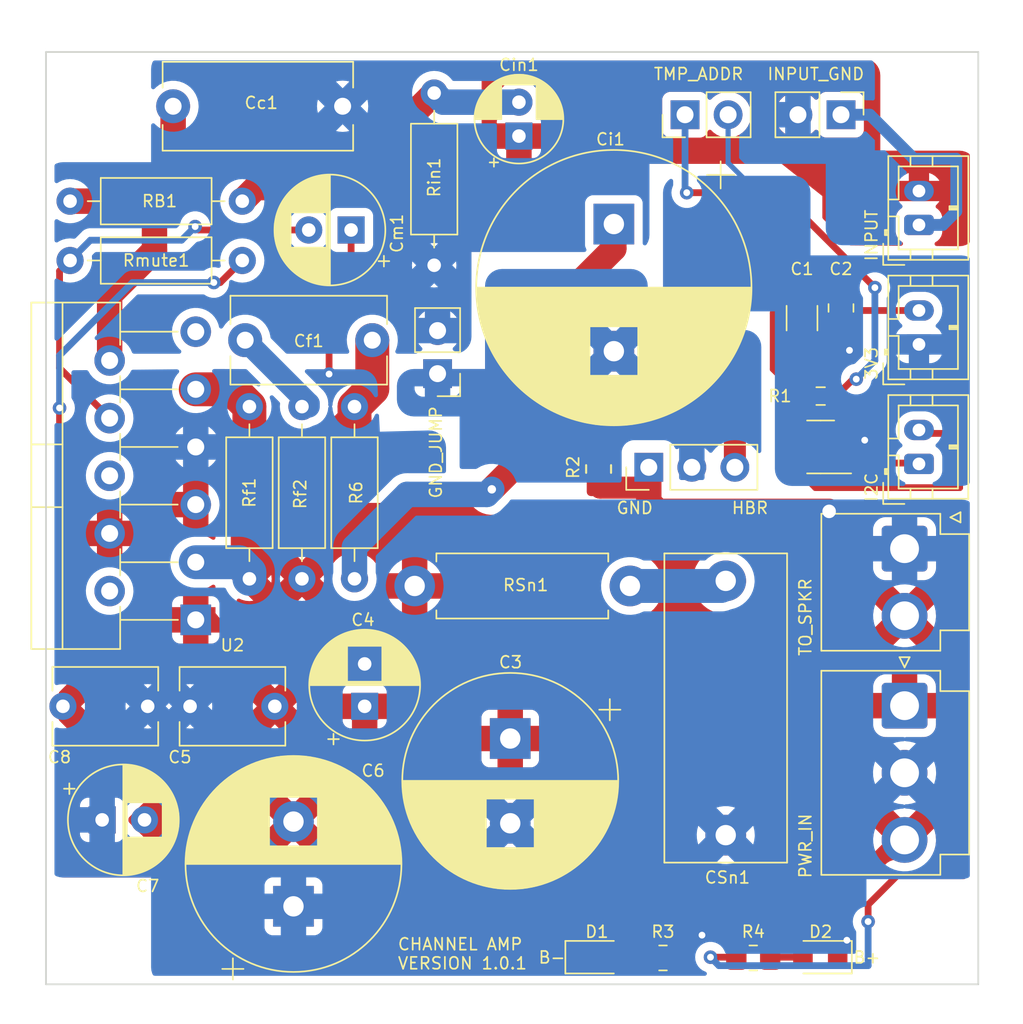
<source format=kicad_pcb>
(kicad_pcb (version 20211014) (generator pcbnew)
  (layers (0 "F.Cu" signal) (31 "B.Cu" signal) (34 "B.Paste" user) (35 "F.Paste" user) (36 "B.SilkS" user "B.Silkscreen") (37 "F.SilkS" user "F.Silkscreen") (38 "B.Mask" user) (39 "F.Mask" user) (44 "Edge.Cuts" user))
  (net 0 "")
  (net 1 "Net-(Cc1-Pad1)")
  (net 2 "Net-(Cf1-Pad1)")
  (net 3 "CH1-IN")
  (net 4 "Net-(Ci1-Pad1)")
  (net 5 "VP")
  (net 6 "VM")
  (net 7 "CH1-OUT")
  (net 8 "INPUTGND")
  (net 9 "PGND")
  (net 10 "Net-(Cm1-Pad2)")
  (net 11 "Net-(CSn1-Pad2)")
  (net 12 "Net-(D1-Pad2)")
  (net 13 "Net-(D2-Pad2)")
  (net 14 "Net-(Cin1-Pad2)")
  (net 15 "DGND")
  (net 16 "3V3")
  (net 17 "ADD1")
  (net 18 "SIGGND")
  (net 19 "SCL")
  (net 20 "SDA")
  (net 24 "Net-(J5-Pad3)")
  (net 25 "CH1GND")
  (net 26 "OPAMP_NEG")
  (footprint "Resistor_THT:R_Axial_DIN0207_L6.3mm_D2.5mm_P10.16mm_Horizontal" (layer "F.Cu") (at 94.5 98.37 -90)
    (fp_text reference "R6" (at 5.08 -0.1 90 unlocked) (layer "F.SilkS") (effects (font (size 0.7 0.7) (thickness 0.1))))
    (fp_text value "1.0K")
    (pad "1" thru_hole circle (at 0 0 270) (size 1.6 1.6) (drill 0.8) (layers *.Cu *.Mask) (net 26 "OPAMP_NEG"))
    (pad "2" thru_hole oval (at 10.16 0 270) (size 1.6 1.6) (drill 0.8) (layers *.Cu *.Mask) (net 4 "Net-(Ci1-Pad1)"))
  )
  (footprint "Capacitor_THT:CP_Radial_D6.3mm_P2.50mm" (layer "F.Cu") (at 79.612621 122.75)
    (fp_text reference "C7" (at 2.687379 3.9 unlocked) (layer "F.SilkS") (effects (font (size 0.7 0.7) (thickness 0.1))))
    (fp_text value "47U 50V")
    (pad "1" thru_hole rect (at 0 0) (size 1.6 1.6) (drill 0.8) (layers *.Cu *.Mask) (net 9 "PGND"))
    (pad "2" thru_hole circle (at 2.5 0) (size 1.6 1.6) (drill 0.8) (layers *.Cu *.Mask) (net 6 "VM"))
  )
  (footprint "Resistor_SMD:R_0805_2012Metric_Pad1.20x1.40mm_HandSolder" (layer "F.Cu") (at 108.9 102.05 -90)
    (fp_text reference "R2" (at -0.1 1.5 90 unlocked) (layer "F.SilkS") (effects (font (size 0.7 0.7) (thickness 0.1))))
    (fp_text value "100R")
    (pad "1" smd roundrect (at -1 0 270) (size 1.2 1.4) (layers "F.Cu" "F.Paste" "F.Mask") (roundrect_rratio 0.2083333333) (net 24 "Net-(J5-Pad3)"))
    (pad "2" smd roundrect (at 1 0 270) (size 1.2 1.4) (layers "F.Cu" "F.Paste" "F.Mask") (roundrect_rratio 0.2083333333) (net 9 "PGND"))
  )
  (footprint "Capacitor_THT:C_Disc_D11.0mm_W5.0mm_P10.00mm" (layer "F.Cu") (at 83.8 80.65)
    (fp_text reference "Cc1" (at 5.2 -0.2 unlocked) (layer "F.SilkS") (effects (font (size 0.7 0.7) (thickness 0.1))))
    (fp_text value "680P")
    (pad "1" thru_hole circle (at 0 0) (size 2 2) (drill 1) (layers *.Cu *.Mask) (net 1 "Net-(Cc1-Pad1)"))
    (pad "2" thru_hole circle (at 10 0) (size 2 2) (drill 1) (layers *.Cu *.Mask) (net 8 "INPUTGND"))
  )
  (footprint "Resistor_SMD:R_0805_2012Metric_Pad1.20x1.40mm_HandSolder" (layer "F.Cu") (at 118.025 130.895 180)
    (fp_text reference "R4" (at 0 1.545 unlocked) (layer "F.SilkS") (effects (font (size 0.7 0.7) (thickness 0.1))))
    (fp_text value "9.1K")
    (pad "1" smd roundrect (at -1 0 180) (size 1.2 1.4) (layers "F.Cu" "F.Paste" "F.Mask") (roundrect_rratio 0.2083333333) (net 13 "Net-(D2-Pad2)"))
    (pad "2" smd roundrect (at 1 0 180) (size 1.2 1.4) (layers "F.Cu" "F.Paste" "F.Mask") (roundrect_rratio 0.2083333333) (net 5 "VP"))
  )
  (footprint "Capacitor_THT:CP_Radial_D6.3mm_P2.50mm" (layer "F.Cu") (at 95.1 116.05 90)
    (fp_text reference "C4" (at 5.1 -0.1 unlocked) (layer "F.SilkS") (effects (font (size 0.7 0.7) (thickness 0.1))))
    (fp_text value "47U 50V")
    (pad "1" thru_hole rect (at 0 0 90) (size 1.6 1.6) (drill 0.8) (layers *.Cu *.Mask) (net 5 "VP"))
    (pad "2" thru_hole circle (at 2.5 0 90) (size 1.6 1.6) (drill 0.8) (layers *.Cu *.Mask) (net 9 "PGND"))
  )
  (footprint "Capacitor_THT:CP_Radial_D16.0mm_P7.50mm" (layer "F.Cu") (at 109.8 87.6 -90)
    (fp_text reference "Ci1" (at -5 0.2 unlocked) (layer "F.SilkS") (effects (font (size 0.7 0.7) (thickness 0.1))))
    (fp_text value "1000U 35V")
    (pad "1" thru_hole rect (at 0 0 270) (size 2.4 2.4) (drill 1.2) (layers *.Cu *.Mask) (net 4 "Net-(Ci1-Pad1)"))
    (pad "2" thru_hole circle (at 7.5 0 270) (size 2.4 2.4) (drill 1.2) (layers *.Cu *.Mask) (net 18 "SIGGND"))
  )
  (footprint "MountingHole:MountingHole_3mm" (layer "F.Cu") (at 128.8 129.95)
    (fp_text reference "H2" hide)
    (fp_text value "MountingHole")
    (pad "" np_thru_hole circle (at 0 0) (size 3 3) (drill 3) (layers *.Cu *.Mask))
  )
  (footprint "Capacitor_THT:C_Disc_D6.0mm_W4.4mm_P5.00mm" (layer "F.Cu") (at 89.8 116.05 180)
    (fp_text reference "C5" (at 5.6 -3 unlocked) (layer "F.SilkS") (effects (font (size 0.7 0.7) (thickness 0.1))))
    (fp_text value "4.7U X7R 50V")
    (pad "1" thru_hole circle (at 0 0 180) (size 1.6 1.6) (drill 0.8) (layers *.Cu *.Mask) (net 5 "VP"))
    (pad "2" thru_hole circle (at 5 0 180) (size 1.6 1.6) (drill 0.8) (layers *.Cu *.Mask) (net 9 "PGND"))
  )
  (footprint "Package_TO_SOT_SMD:SOT-23-6" (layer "F.Cu") (at 122 100.75 180)
    (fp_text reference "U1" hide)
    (fp_text value "TMP100")
    (pad "1" smd roundrect (at -1.1375 -0.95 180) (size 1.325 0.6) (layers "F.Cu" "F.Paste" "F.Mask") (net 19 "SCL"))
    (pad "2" smd roundrect (at -1.1375 0 180) (size 1.325 0.6) (layers "F.Cu" "F.Paste" "F.Mask") (net 15 "DGND"))
    (pad "3" smd roundrect (at -1.1375 0.95 180) (size 1.325 0.6) (layers "F.Cu" "F.Paste" "F.Mask") (net 17 "ADD1"))
    (pad "4" smd roundrect (at 1.1375 0.95 180) (size 1.325 0.6) (layers "F.Cu" "F.Paste" "F.Mask") (net 16 "3V3"))
    (pad "5" smd roundrect (at 1.1375 0 180) (size 1.325 0.6) (layers "F.Cu" "F.Paste" "F.Mask") (net 16 "3V3"))
    (pad "6" smd roundrect (at 1.1375 -0.95 180) (size 1.325 0.6) (layers "F.Cu" "F.Paste" "F.Mask") (net 20 "SDA"))
  )
  (footprint "Connector_JST:JST_PH_B2B-PH-K_1x02_P2.00mm_Vertical" (layer "F.Cu") (at 127.8 87.65 90)
    (fp_text reference "J9" hide)
    (fp_text value "Conn_01x02_Male")
    (pad "1" thru_hole roundrect (at 0 0 90) (size 1.2 1.75) (drill 0.75) (layers *.Cu *.Mask) (roundrect_rratio 0.2083333333) (net 25 "CH1GND"))
    (pad "2" thru_hole oval (at 2 0 90) (size 1.2 1.75) (drill 0.75) (layers *.Cu *.Mask) (net 3 "CH1-IN"))
  )
  (footprint "Resistor_THT:R_Axial_DIN0207_L6.3mm_D2.5mm_P10.16mm_Horizontal" (layer "F.Cu") (at 87.88 86.25 180)
    (fp_text reference "RB1" (at 4.88 0 unlocked) (layer "F.SilkS") (effects (font (size 0.7 0.7) (thickness 0.1))))
    (fp_text value "1.2K")
    (pad "1" thru_hole circle (at 0 0 180) (size 1.6 1.6) (drill 0.8) (layers *.Cu *.Mask) (net 14 "Net-(Cin1-Pad2)"))
    (pad "2" thru_hole oval (at 10.16 0 180) (size 1.6 1.6) (drill 0.8) (layers *.Cu *.Mask) (net 1 "Net-(Cc1-Pad1)"))
  )
  (footprint "Connector_JST:JST_VH_B3P-VH-B_1x03_P3.96mm_Vertical" (layer "F.Cu") (at 126.95 116.0125 -90)
    (fp_text reference "J8" hide)
    (fp_text value "Conn_01x03_Male")
    (pad "1" thru_hole roundrect (at 0 0 270) (size 2.7 2.7) (drill 1.7) (layers *.Cu *.Mask) (roundrect_rratio 0.09259296296) (net 5 "VP"))
    (pad "2" thru_hole circle (at 3.96 0 270) (size 2.7 2.7) (drill 1.7) (layers *.Cu *.Mask) (net 9 "PGND"))
    (pad "3" thru_hole circle (at 7.92 0 270) (size 2.7 2.7) (drill 1.7) (layers *.Cu *.Mask) (net 6 "VM"))
  )
  (footprint "Connector_JST:JST_PH_B2B-PH-K_1x02_P2.00mm_Vertical" (layer "F.Cu") (at 127.8 101.75 90)
    (fp_text reference "J4" hide)
    (fp_text value "Conn_01x02_Male")
    (pad "1" thru_hole roundrect (at 0 0 90) (size 1.2 1.75) (drill 0.75) (layers *.Cu *.Mask) (roundrect_rratio 0.2083333333) (net 19 "SCL"))
    (pad "2" thru_hole oval (at 2 0 90) (size 1.2 1.75) (drill 0.75) (layers *.Cu *.Mask) (net 20 "SDA"))
  )
  (footprint "Resistor_THT:R_Axial_DIN0411_L9.9mm_D3.6mm_P12.70mm_Horizontal" (layer "F.Cu") (at 110.75 108.95 180)
    (fp_text reference "RSn1" (at 6.15 0.05 unlocked) (layer "F.SilkS") (effects (font (size 0.7 0.7) (thickness 0.1))))
    (fp_text value "4R7")
    (pad "1" thru_hole circle (at 0 0 180) (size 2.4 2.4) (drill 1.2) (layers *.Cu *.Mask) (net 11 "Net-(CSn1-Pad2)"))
    (pad "2" thru_hole oval (at 12.7 0 180) (size 2.4 2.4) (drill 1.2) (layers *.Cu *.Mask) (net 7 "CH1-OUT"))
  )
  (footprint "Connector_PinHeader_2.54mm:PinHeader_1x02_P2.54mm_Vertical" (layer "F.Cu") (at 123.2 81.15 -90)
    (fp_text reference "J3" hide)
    (fp_text value "Conn_01x02_Male")
    (pad "1" thru_hole rect (at 0 0 270) (size 1.7 1.7) (drill 1) (layers *.Cu *.Mask) (net 25 "CH1GND"))
    (pad "2" thru_hole oval (at 0 2.54 270) (size 1.7 1.7) (drill 1) (layers *.Cu *.Mask) (net 8 "INPUTGND"))
  )
  (footprint "Capacitor_THT:C_Disc_D6.0mm_W4.4mm_P5.00mm" (layer "F.Cu") (at 82.3 116.05 180)
    (fp_text reference "C8" (at 5.2 -3 unlocked) (layer "F.SilkS") (effects (font (size 0.7 0.7) (thickness 0.1))))
    (fp_text value "4.7U X74 50V")
    (pad "1" thru_hole circle (at 0 0 180) (size 1.6 1.6) (drill 0.8) (layers *.Cu *.Mask) (net 9 "PGND"))
    (pad "2" thru_hole circle (at 5 0 180) (size 1.6 1.6) (drill 0.8) (layers *.Cu *.Mask) (net 6 "VM"))
  )
  (footprint "Resistor_SMD:R_1206_3216Metric_Pad1.30x1.75mm_HandSolder" (layer "F.Cu") (at 120.9 93.15 90)
    (fp_text reference "C1" (at 2.9 0 unlocked) (layer "F.SilkS") (effects (font (size 0.7 0.7) (thickness 0.1))))
    (fp_text value "10U")
    (pad "1" smd roundrect (at -1.55 0 90) (size 1.3 1.75) (layers "F.Cu" "F.Paste" "F.Mask") (roundrect_rratio 0.1923076923) (net 15 "DGND"))
    (pad "2" smd roundrect (at 1.55 0 90) (size 1.3 1.75) (layers "F.Cu" "F.Paste" "F.Mask") (roundrect_rratio 0.1923076923) (net 16 "3V3"))
  )
  (footprint "MountingHole:MountingHole_3mm" (layer "F.Cu") (at 78.8 79.95)
    (fp_text reference "H3" hide)
    (fp_text value "MountingHole")
    (pad "" np_thru_hole circle (at 0 0) (size 3 3) (drill 3) (layers *.Cu *.Mask))
  )
  (footprint "Package_TO_SOT_THT:TO-220-11_P3.4x5.08mm_StaggerOdd_Lead4.85mm_Vertical" (layer "F.Cu") (at 85.135 110.95 90)
    (fp_text reference "U2" (at -1.5 2.165 unlocked) (layer "F.SilkS") (effects (font (size 0.7 0.7) (thickness 0.1))))
    (fp_text value "LM3886")
    (pad "1" thru_hole rect (at 0 0 90) (size 1.8 1.8) (drill 1) (layers *.Cu *.Mask) (net 5 "VP"))
    (pad "2" thru_hole oval (at 1.7 -5.08 90) (size 1.8 1.8) (drill 1) (layers *.Cu *.Mask))
    (pad "3" thru_hole oval (at 3.4 0 90) (size 1.8 1.8) (drill 1) (layers *.Cu *.Mask) (net 7 "CH1-OUT"))
    (pad "4" thru_hole oval (at 5.1 -5.08 90) (size 1.8 1.8) (drill 1) (layers *.Cu *.Mask) (net 6 "VM"))
    (pad "5" thru_hole oval (at 6.8 0 90) (size 1.8 1.8) (drill 1) (layers *.Cu *.Mask) (net 5 "VP"))
    (pad "6" thru_hole oval (at 8.5 -5.08 90) (size 1.8 1.8) (drill 1) (layers *.Cu *.Mask))
    (pad "7" thru_hole oval (at 10.2 0 90) (size 1.8 1.8) (drill 1) (layers *.Cu *.Mask) (net 9 "PGND"))
    (pad "8" thru_hole oval (at 11.9 -5.08 90) (size 1.8 1.8) (drill 1) (layers *.Cu *.Mask) (net 10 "Net-(Cm1-Pad2)"))
    (pad "9" thru_hole oval (at 13.6 0 90) (size 1.8 1.8) (drill 1) (layers *.Cu *.Mask) (net 26 "OPAMP_NEG"))
    (pad "10" thru_hole oval (at 15.3 -5.08 90) (size 1.8 1.8) (drill 1) (layers *.Cu *.Mask) (net 1 "Net-(Cc1-Pad1)"))
    (pad "11" thru_hole oval (at 17 0 90) (size 1.8 1.8) (drill 1) (layers *.Cu *.Mask))
  )
  (footprint "Capacitor_THT:CP_Radial_D5.0mm_P2.00mm" (layer "F.Cu") (at 104.2 82.410113 90)
    (fp_text reference "Cin1" (at 4.2 0 unlocked) (layer "F.SilkS") (effects (font (size 0.7 0.7) (thickness 0.1))))
    (fp_text value "10UF")
    (pad "1" thru_hole rect (at 0 0 90) (size 1.6 1.6) (drill 0.8) (layers *.Cu *.Mask) (net 3 "CH1-IN"))
    (pad "2" thru_hole circle (at 2 0 90) (size 1.6 1.6) (drill 0.8) (layers *.Cu *.Mask) (net 14 "Net-(Cin1-Pad2)"))
  )
  (footprint "Connector_PinHeader_2.54mm:PinHeader_1x03_P2.54mm_Vertical" (layer "F.Cu") (at 111.86 101.95 90)
    (fp_text reference "J5" hide)
    (fp_text value "Conn_01x03_Male")
    (pad "1" thru_hole rect (at 0 0 90) (size 1.7 1.7) (drill 1) (layers *.Cu *.Mask) (net 9 "PGND"))
    (pad "2" thru_hole oval (at 0 2.54 90) (size 1.7 1.7) (drill 1) (layers *.Cu *.Mask) (net 18 "SIGGND"))
    (pad "3" thru_hole oval (at 0 5.08 90) (size 1.7 1.7) (drill 1) (layers *.Cu *.Mask) (net 24 "Net-(J5-Pad3)"))
  )
  (footprint "Capacitor_THT:C_Rect_L18.0mm_W7.0mm_P15.00mm_FKS3_FKP3" (layer "F.Cu") (at 116.4 123.65 90)
    (fp_text reference "CSn1" (at -2.5 0.1 unlocked) (layer "F.SilkS") (effects (font (size 0.7 0.7) (thickness 0.1))))
    (fp_text value " 220N PP 100V")
    (pad "1" thru_hole circle (at 0 0 90) (size 2.4 2.4) (drill 1.2) (layers *.Cu *.Mask) (net 9 "PGND"))
    (pad "2" thru_hole circle (at 15 0 90) (size 2.4 2.4) (drill 1.2) (layers *.Cu *.Mask) (net 11 "Net-(CSn1-Pad2)"))
  )
  (footprint "Resistor_SMD:R_0805_2012Metric_Pad1.20x1.40mm_HandSolder" (layer "F.Cu") (at 112.7 130.895)
    (fp_text reference "R3" (at 0 -1.545 unlocked) (layer "F.SilkS") (effects (font (size 0.7 0.7) (thickness 0.1))))
    (fp_text value "9.1K")
    (pad "1" smd roundrect (at -1 0) (size 1.2 1.4) (layers "F.Cu" "F.Paste" "F.Mask") (roundrect_rratio 0.2083333333) (net 12 "Net-(D1-Pad2)"))
    (pad "2" smd roundrect (at 1 0) (size 1.2 1.4) (layers "F.Cu" "F.Paste" "F.Mask") (roundrect_rratio 0.2083333333) (net 9 "PGND"))
  )
  (footprint "Resistor_SMD:R_0603_1608Metric_Pad0.98x0.95mm_HandSolder" (layer "F.Cu") (at 122 97.75)
    (fp_text reference "R1" (at -2.4 0 unlocked) (layer "F.SilkS") (effects (font (size 0.7 0.7) (thickness 0.1))))
    (fp_text value "4.7K")
    (pad "1" smd roundrect (at -0.9125 0) (size 0.975 0.95) (layers "F.Cu" "F.Paste" "F.Mask") (net 16 "3V3"))
    (pad "2" smd roundrect (at 0.9125 0) (size 0.975 0.95) (layers "F.Cu" "F.Paste" "F.Mask") (net 17 "ADD1"))
  )
  (footprint "Connector_JST:JST_PH_B2B-PH-K_1x02_P2.00mm_Vertical" (layer "F.Cu") (at 127.8 94.7 90)
    (fp_text reference "J1" hide)
    (fp_text value "Conn_01x02_Male")
    (pad "1" thru_hole roundrect (at 0 0 90) (size 1.2 1.75) (drill 0.75) (layers *.Cu *.Mask) (roundrect_rratio 0.2083333333) (net 15 "DGND"))
    (pad "2" thru_hole oval (at 2 0 90) (size 1.2 1.75) (drill 0.75) (layers *.Cu *.Mask) (net 16 "3V3"))
  )
  (footprint "MountingHole:MountingHole_3mm" (layer "F.Cu") (at 128.8 79.95)
    (fp_text reference "H1" hide)
    (fp_text value "MountingHole")
    (pad "" np_thru_hole circle (at 0 0) (size 3 3) (drill 3) (layers *.Cu *.Mask))
  )
  (footprint "Resistor_THT:R_Axial_DIN0207_L6.3mm_D2.5mm_P10.16mm_Horizontal" (layer "F.Cu") (at 77.72 89.75)
    (fp_text reference "Rmute1" (at 5.08 0 unlocked) (layer "F.SilkS") (effects (font (size 0.7 0.7) (thickness 0.1))))
    (fp_text value "38.6K")
    (pad "1" thru_hole circle (at 0 0) (size 1.6 1.6) (drill 0.8) (layers *.Cu *.Mask) (net 10 "Net-(Cm1-Pad2)"))
    (pad "2" thru_hole oval (at 10.16 0) (size 1.6 1.6) (drill 0.8) (layers *.Cu *.Mask) (net 6 "VM"))
  )
  (footprint "Connector_JST:JST_VH_B2P-VH_1x02_P3.96mm_Vertical" (layer "F.Cu") (at 126.95 106.75 -90)
    (fp_text reference "J6" hide)
    (fp_text value "Conn_01x02_Male")
    (pad "1" thru_hole roundrect (at 0 0 270) (size 2.7 2.7) (drill 1.7) (layers *.Cu *.Mask) (roundrect_rratio 0.09259296296) (net 9 "PGND"))
    (pad "2" thru_hole circle (at 3.96 0 270) (size 2.7 2.7) (drill 1.7) (layers *.Cu *.Mask) (net 7 "CH1-OUT"))
  )
  (footprint "LED_SMD:LED_0805_2012Metric_Pad1.15x1.40mm_HandSolder" (layer "F.Cu") (at 121.98 130.85 180)
    (fp_text reference "D2" (at -0.02 1.5 unlocked) (layer "F.SilkS") (effects (font (size 0.7 0.7) (thickness 0.1))))
    (fp_text value "BLUE")
    (pad "1" smd roundrect (at -1.025 0 180) (size 1.15 1.4) (layers "F.Cu" "F.Paste" "F.Mask") (roundrect_rratio 0.2173913043) (net 9 "PGND"))
    (pad "2" smd roundrect (at 1.025 0 180) (size 1.15 1.4) (layers "F.Cu" "F.Paste" "F.Mask") (roundrect_rratio 0.2173913043) (net 13 "Net-(D2-Pad2)"))
  )
  (footprint "Connector_PinHeader_2.54mm:PinHeader_1x02_P2.54mm_Vertical" (layer "F.Cu") (at 114 81.15 90)
    (fp_text reference "J2" hide)
    (fp_text value "Conn_01x02_Male")
    (pad "1" thru_hole rect (at 0 0 90) (size 1.7 1.7) (drill 1) (layers *.Cu *.Mask) (net 17 "ADD1"))
    (pad "2" thru_hole oval (at 0 2.54 90) (size 1.7 1.7) (drill 1) (layers *.Cu *.Mask) (net 15 "DGND"))
  )
  (footprint "Resistor_THT:R_Axial_DIN0207_L6.3mm_D2.5mm_P10.16mm_Horizontal" (layer "F.Cu") (at 99.2 90.03 90)
    (fp_text reference "Rin1" (at 5.18 0 90 unlocked) (layer "F.SilkS") (effects (font (size 0.7 0.7) (thickness 0.1))))
    (fp_text value "20K")
    (pad "1" thru_hole circle (at 0 0 90) (size 1.6 1.6) (drill 0.8) (layers *.Cu *.Mask) (net 8 "INPUTGND"))
    (pad "2" thru_hole oval (at 10.16 0 90) (size 1.6 1.6) (drill 0.8) (layers *.Cu *.Mask) (net 14 "Net-(Cin1-Pad2)"))
  )
  (footprint "Capacitor_THT:CP_Radial_D6.3mm_P2.50mm" (layer "F.Cu") (at 94.3 87.95 180)
    (fp_text reference "Cm1" (at -2.7 -0.2 90 unlocked) (layer "F.SilkS") (effects (font (size 0.7 0.7) (thickness 0.1))))
    (fp_text value "47U 50V")
    (pad "1" thru_hole rect (at 0 0 180) (size 1.6 1.6) (drill 0.8) (layers *.Cu *.Mask) (net 9 "PGND"))
    (pad "2" thru_hole circle (at 2.5 0 180) (size 1.6 1.6) (drill 0.8) (layers *.Cu *.Mask) (net 10 "Net-(Cm1-Pad2)"))
  )
  (footprint "Resistor_SMD:R_0805_2012Metric_Pad1.20x1.40mm_HandSolder" (layer "F.Cu") (at 123.2 92.55 90)
    (fp_text reference "C2" (at 2.3 0 unlocked) (layer "F.SilkS") (effects (font (size 0.7 0.7) (thickness 0.1))))
    (fp_text value "10N")
    (pad "1" smd roundrect (at -1 0 90) (size 1.2 1.4) (layers "F.Cu" "F.Paste" "F.Mask") (roundrect_rratio 0.2083333333) (net 15 "DGND"))
    (pad "2" smd roundrect (at 1 0 90) (size 1.2 1.4) (layers "F.Cu" "F.Paste" "F.Mask") (roundrect_rratio 0.2083333333) (net 16 "3V3"))
  )
  (footprint "Capacitor_THT:C_Disc_D9.0mm_W5.0mm_P7.50mm" (layer "F.Cu") (at 88.05 94.45)
    (fp_text reference "Cf1" (at 3.75 0.05 unlocked) (layer "F.SilkS") (effects (font (size 0.7 0.7) (thickness 0.1))))
    (fp_text value "47P")
    (pad "1" thru_hole circle (at 0 0) (size 2 2) (drill 1) (layers *.Cu *.Mask) (net 2 "Net-(Cf1-Pad1)"))
    (pad "2" thru_hole circle (at 7.5 0) (size 2 2) (drill 1) (layers *.Cu *.Mask) (net 26 "OPAMP_NEG"))
  )
  (footprint "Capacitor_THT:CP_Radial_D12.5mm_P5.00mm" (layer "F.Cu") (at 103.6875 117.95 -90)
    (fp_text reference "C3" (at -4.5 -0.0175 unlocked) (layer "F.SilkS") (effects (font (size 0.7 0.7) (thickness 0.1))))
    (fp_text value "1000U 50V")
    (pad "1" thru_hole rect (at 0 0 270) (size 2.4 2.4) (drill 1.2) (layers *.Cu *.Mask) (net 5 "VP"))
    (pad "2" thru_hole circle (at 5 0 270) (size 2.4 2.4) (drill 1.2) (layers *.Cu *.Mask) (net 9 "PGND"))
  )
  (footprint "MountingHole:MountingHole_3mm" (layer "F.Cu") (at 78.8 129.95)
    (fp_text reference "H4" hide)
    (fp_text value "MountingHole")
    (pad "" np_thru_hole circle (at 0 0) (size 3 3) (drill 3) (layers *.Cu *.Mask))
  )
  (footprint "Resistor_THT:R_Axial_DIN0207_L6.3mm_D2.5mm_P10.16mm_Horizontal" (layer "F.Cu") (at 91.4 108.53 90)
    (fp_text reference "Rf2" (at 5 -0.1 90 unlocked) (layer "F.SilkS") (effects (font (size 0.7 0.7) (thickness 0.1))))
    (fp_text value "20K")
    (pad "1" thru_hole circle (at 0 0 90) (size 1.6 1.6) (drill 0.8) (layers *.Cu *.Mask) (net 7 "CH1-OUT"))
    (pad "2" thru_hole oval (at 10.16 0 90) (size 1.6 1.6) (drill 0.8) (layers *.Cu *.Mask) (net 2 "Net-(Cf1-Pad1)"))
  )
  (footprint "Resistor_THT:R_Axial_DIN0207_L6.3mm_D2.5mm_P10.16mm_Horizontal" (layer "F.Cu") (at 88.3 108.53 90)
    (fp_text reference "Rf1" (at 5.08 0 90 unlocked) (layer "F.SilkS") (effects (font (size 0.7 0.7) (thickness 0.1))))
    (fp_text value "20K")
    (pad "1" thru_hole circle (at 0 0 90) (size 1.6 1.6) (drill 0.8) (layers *.Cu *.Mask) (net 7 "CH1-OUT"))
    (pad "2" thru_hole oval (at 10.16 0 90) (size 1.6 1.6) (drill 0.8) (layers *.Cu *.Mask) (net 26 "OPAMP_NEG"))
  )
  (footprint "Connector_PinHeader_2.54mm:PinHeader_1x02_P2.54mm_Vertical" (layer "F.Cu") (at 99.4 96.425 180)
    (fp_text reference "J7" hide)
    (fp_text value "Conn_01x02_Male")
    (pad "1" thru_hole rect (at 0 0 180) (size 1.7 1.7) (drill 1) (layers *.Cu *.Mask) (net 18 "SIGGND"))
    (pad "2" thru_hole oval (at 0 2.54 180) (size 1.7 1.7) (drill 1) (layers *.Cu *.Mask) (net 8 "INPUTGND"))
  )
  (footprint "LED_SMD:LED_0805_2012Metric_Pad1.15x1.40mm_HandSolder" (layer "F.Cu") (at 108.8 130.85)
    (fp_text reference "D1" (at 0 -1.5 unlocked) (layer "F.SilkS") (effects (font (size 0.7 0.7) (thickness 0.1))))
    (fp_text value "YELLOW")
    (pad "1" smd roundrect (at -1.025 0) (size 1.15 1.4) (layers "F.Cu" "F.Paste" "F.Mask") (roundrect_rratio 0.2173913043) (net 6 "VM"))
    (pad "2" smd roundrect (at 1.025 0) (size 1.15 1.4) (layers "F.Cu" "F.Paste" "F.Mask") (roundrect_rratio 0.2173913043) (net 12 "Net-(D1-Pad2)"))
  )
  (footprint "Capacitor_THT:CP_Radial_D12.5mm_P5.00mm" (layer "F.Cu") (at 90.9 127.85 90)
    (fp_text reference "C6" (at 8 4.7 unlocked) (layer "F.SilkS") (effects (font (size 0.7 0.7) (thickness 0.1))))
    (fp_text value "1000U 50V")
    (pad "1" thru_hole rect (at 0 0 90) (size 2.4 2.4) (drill 1.2) (layers *.Cu *.Mask) (net 9 "PGND"))
    (pad "2" thru_hole circle (at 5 0 90) (size 2.4 2.4) (drill 1.2) (layers *.Cu *.Mask) (net 6 "VM"))
  )
  (gr_line (start 131.3 77.45) (end 131.3 132.45) (layer "Edge.Cuts") (width 0.1))
  (gr_line (start 76.3 77.45) (end 76.3 132.45) (layer "Edge.Cuts") (width 0.1))
  (gr_line (start 76.3 77.45) (end 131.3 77.45) (layer "Edge.Cuts") (width 0.1))
  (gr_line (start 76.3 132.45) (end 131.3 132.45) (layer "Edge.Cuts") (width 0.1))
  (gr_text "GND" (at 109.9 104.35) (layer "F.SilkS") (effects (font (size 0.7 0.7) (thickness 0.1)) (justify left)))
  (gr_text "3V3" (at 125 96.85 90) (layer "F.SilkS") (effects (font (size 0.7 0.7) (thickness 0.1)) (justify left)))
  (gr_text "INPUT_GND" (at 118.8 78.75) (layer "F.SilkS") (effects (font (size 0.7 0.7) (thickness 0.1)) (justify left)))
  (gr_text "HBR\n" (at 116.7 104.35) (layer "F.SilkS") (effects (font (size 0.7 0.7) (thickness 0.1)) (justify left)))
  (gr_text "TO_SPKR" (at 121.1 113.136801 90) (layer "F.SilkS") (effects (font (size 0.7 0.7) (thickness 0.1)) (justify left)))
  (gr_text "B+" (at 123.88 130.865) (layer "F.SilkS") (effects (font (size 0.7 0.7) (thickness 0.1)) (justify left)))
  (gr_text "I2C" (at 125 104.05 90) (layer "F.SilkS") (effects (font (size 0.7 0.7) (thickness 0.1)) (justify left)))
  (gr_text "PWR_IN\n" (at 121.1 126.25 90) (layer "F.SilkS") (effects (font (size 0.7 0.7) (thickness 0.1)) (justify left)))
  (gr_text "GND_JUMP" (at 99.3 103.85 90) (layer "F.SilkS") (effects (font (size 0.7 0.7) (thickness 0.1)) (justify left)))
  (gr_text "CHANNEL AMP\nVERSION 1.0.1" (at 97 130.65) (layer "F.SilkS") (effects (font (size 0.7 0.7) (thickness 0.1)) (justify left)))
  (gr_text "TMP_ADDR\n" (at 112.1 78.75) (layer "F.SilkS") (effects (font (size 0.7 0.7) (thickness 0.1)) (justify left)))
  (gr_text "B-" (at 105.3 130.865) (layer "F.SilkS") (effects (font (size 0.7 0.7) (thickness 0.1)) (justify left)))
  (gr_text "INPUT" (at 125 89.85 90) (layer "F.SilkS") (effects (font (size 0.7 0.7) (thickness 0.1)) (justify left)))
  (segment (start 80.055 95.65) (end 80.055 91.795) (width 1.5) (layer "F.Cu") (net 1))
  (segment (start 82.7 89.15) (end 82.7 86.25) (width 1.5) (layer "F.Cu") (net 1))
  (segment (start 80.055 91.795) (end 82.7 89.15) (width 1.5) (layer "F.Cu") (net 1))
  (segment (start 83.8 80.65) (end 83.8 85.15) (width 1.5) (layer "F.Cu") (net 1))
  (segment (start 82.7 86.25) (end 77.72 86.25) (width 1.5) (layer "F.Cu") (net 1))
  (segment (start 83.8 85.15) (end 82.7 86.25) (width 1.5) (layer "F.Cu") (net 1))
  (segment (start 91.8 98.2) (end 88.05 94.45) (width 1.3) (layer "B.Cu") (net 2))
  (segment (start 91.8 98.37) (end 91.8 98.2) (width 1.3) (layer "B.Cu") (net 2))
  (segment (start 102.6 103.25) (end 105.5 100.35) (width 1.5) (layer "F.Cu") (net 4))
  (segment (start 109.8 89.05) (end 109.8 87.6) (width 1.5) (layer "F.Cu") (net 4))
  (segment (start 105.5 93.35) (end 109.8 89.05) (width 1.5) (layer "F.Cu") (net 4))
  (segment (start 105.5 100.35) (end 105.5 93.35) (width 1.5) (layer "F.Cu") (net 4))
  (via (at 102.6 103.25) (size 1) (drill 0.5) (layers "F.Cu" "B.Cu") (net 4))
  (segment (start 97.6 103.55) (end 102.3 103.55) (width 1.5) (layer "B.Cu") (net 4))
  (segment (start 94.5 108.53) (end 94.5 106.65) (width 1.5) (layer "B.Cu") (net 4))
  (segment (start 94.5 106.65) (end 97.6 103.55) (width 1.5) (layer "B.Cu") (net 4))
  (segment (start 102.3 103.55) (end 102.6 103.25) (width 1.5) (layer "B.Cu") (net 4))
  (segment (start 130.4 116.05) (end 130.4 126.05) (width 0.4) (layer "F.Cu") (net 5))
  (segment (start 130.3625 116.0125) (end 130.4 116.05) (width 0.4) (layer "F.Cu") (net 5))
  (segment (start 126.5 126.05) (end 124.8 127.75) (width 0.4) (layer "F.Cu") (net 5))
  (segment (start 126.85 116.0125) (end 130.3625 116.0125) (width 0.4) (layer "F.Cu") (net 5))
  (segment (start 124.8 127.75) (end 124.8 128.75) (width 0.4) (layer "F.Cu") (net 5))
  (segment (start 130.4 126.05) (end 126.5 126.05) (width 0.4) (layer "F.Cu") (net 5))
  (segment (start 115.5 130.85) (end 116.98 130.85) (width 0.4) (layer "F.Cu") (net 5))
  (via (at 115.5 130.85) (size 0.8) (drill 0.4) (layers "F.Cu" "B.Cu") (net 5))
  (via (at 124.8 128.75) (size 0.8) (drill 0.4) (layers "F.Cu" "B.Cu") (net 5))
  (segment (start 124.8 131.35) (end 124.8 128.75) (width 0.4) (layer "B.Cu") (net 5))
  (segment (start 116 131.35) (end 115.5 130.85) (width 0.4) (layer "B.Cu") (net 5))
  (segment (start 124.8 131.35) (end 116 131.35) (width 0.4) (layer "B.Cu") (net 5))
  (segment (start 77.1 104.55) (end 77.8 105.25) (width 0.4) (layer "F.Cu") (net 6))
  (segment (start 77.1 98.45) (end 77.1 104.55) (width 0.4) (layer "F.Cu") (net 6))
  (segment (start 87.88 89.75) (end 86.58 91.05) (width 0.4) (layer "F.Cu") (net 6))
  (segment (start 107.775 130.85) (end 107.775 128.075) (width 0.4) (layer "F.Cu") (net 6))
  (segment (start 86.58 91.05) (end 86.2 91.05) (width 0.4) (layer "F.Cu") (net 6))
  (via (at 77.1 98.45) (size 0.8) (drill 0.4) (layers "F.Cu" "B.Cu") (net 6))
  (via (at 86.2 91.05) (size 0.8) (drill 0.4) (layers "F.Cu" "B.Cu") (net 6))
  (segment (start 77.1 95.35) (end 81.4 91.05) (width 0.4) (layer "B.Cu") (net 6))
  (segment (start 77.1 98.45) (end 77.1 95.35) (width 0.4) (layer "B.Cu") (net 6))
  (segment (start 81.4 91.05) (end 86.2 91.05) (width 0.4) (layer "B.Cu") (net 6))
  (segment (start 87.7 107.55) (end 85.135 107.55) (width 2) (layer "B.Cu") (net 7))
  (segment (start 88.3 108.15) (end 87.7 107.55) (width 2) (layer "B.Cu") (net 7))
  (segment (start 88.3 108.53) (end 88.3 108.15) (width 2) (layer "B.Cu") (net 7))
  (segment (start 111.86 104.01) (end 112.1 104.25) (width 1.5) (layer "F.Cu") (net 9))
  (segment (start 108.9 103.05) (end 109 103.15) (width 1.3) (layer "F.Cu") (net 9))
  (segment (start 94.3 90.55) (end 93 91.85) (width 0.4) (layer "F.Cu") (net 9))
  (segment (start 93 91.85) (end 93 96.45) (width 0.4) (layer "F.Cu") (net 9))
  (segment (start 113.7 130.85) (end 115 129.55) (width 0.4) (layer "F.Cu") (net 9))
  (segment (start 123.005 130.391676) (end 123.547176 129.8495) (width 0.4) (layer "F.Cu") (net 9))
  (segment (start 111.86 102.69) (end 111.86 101.95) (width 1.3) (layer "F.Cu") (net 9))
  (segment (start 111.4 103.15) (end 111.86 102.69) (width 1.3) (layer "F.Cu") (net 9))
  (segment (start 112.4 104.55) (end 122.5 104.55) (width 1.5) (layer "F.Cu") (net 9))
  (segment (start 94.3 87.95) (end 94.3 90.55) (width 0.4) (layer "F.Cu") (net 9))
  (segment (start 109 103.15) (end 111.4 103.15) (width 1.3) (layer "F.Cu") (net 9))
  (segment (start 111.86 101.95) (end 111.86 104.01) (width 1.5) (layer "F.Cu") (net 9))
  (segment (start 112.1 104.25) (end 112.4 104.55) (width 1.5) (layer "F.Cu") (net 9))
  (via (at 123.547176 129.8495) (size 0.8) (drill 0.4) (layers "F.Cu" "B.Cu") (net 9))
  (via (at 115 129.55) (size 0.8) (drill 0.4) (layers "F.Cu" "B.Cu") (net 9))
  (via (at 122.5 104.55) (size 1) (drill 0.8) (layers "F.Cu" "B.Cu") (net 9))
  (via (at 93 96.45) (size 0.8) (drill 0.4) (layers "F.Cu" "B.Cu") (net 9))
  (segment (start 85.3 87.95) (end 85.1 87.75) (width 0.4) (layer "F.Cu") (net 10))
  (segment (start 80.055 99.05) (end 77.1 96.095) (width 0.4) (layer "F.Cu") (net 10))
  (segment (start 77.1 90.37) (end 77.72 89.75) (width 0.4) (layer "F.Cu") (net 10))
  (segment (start 77.1 96.095) (end 77.1 90.37) (width 0.4) (layer "F.Cu") (net 10))
  (segment (start 91.8 87.95) (end 85.3 87.95) (width 0.4) (layer "F.Cu") (net 10))
  (via (at 85.1 87.75) (size 0.8) (drill 0.4) (layers "F.Cu" "B.Cu") (net 10))
  (segment (start 78.92 88.55) (end 84.3 88.55) (width 0.4) (layer "B.Cu") (net 10))
  (segment (start 77.72 89.75) (end 78.92 88.55) (width 0.4) (layer "B.Cu") (net 10))
  (segment (start 84.3 88.55) (end 85.1 87.75) (width 0.4) (layer "B.Cu") (net 10))
  (segment (start 110.75 108.95) (end 116.1 108.95) (width 2) (layer "B.Cu") (net 11))
  (segment (start 116.1 108.95) (end 116.4 108.65) (width 2) (layer "B.Cu") (net 11))
  (segment (start 109.825 130.95) (end 111.655 130.95) (width 0.4) (layer "F.Cu") (net 12))
  (segment (start 120.955 130.85) (end 119.07 130.85) (width 0.4) (layer "F.Cu") (net 13))
  (segment (start 93.62 85.45) (end 88.679999 85.450001) (width 1.5) (layer "F.Cu") (net 14))
  (segment (start 99.2 79.87) (end 93.62 85.45) (width 1.5) (layer "F.Cu") (net 14))
  (segment (start 88.679999 85.450001) (end 87.88 86.25) (width 1.5) (layer "F.Cu") (net 14))
  (segment (start 99.740113 80.410113) (end 99.2 79.87) (width 1.5) (layer "B.Cu") (net 14))
  (segment (start 104.2 80.410113) (end 99.740113 80.410113) (width 1.5) (layer "B.Cu") (net 14))
  (segment (start 122.05 94.7) (end 123.2 93.55) (width 0.4) (layer "F.Cu") (net 15))
  (segment (start 123.2 94.55) (end 123.7 95.05) (width 0.4) (layer "F.Cu") (net 15))
  (segment (start 123.2 93.55) (end 123.2 94.55) (width 0.4) (layer "F.Cu") (net 15))
  (segment (start 123.1375 100.75) (end 124.2 100.75) (width 0.4) (layer "F.Cu") (net 15))
  (segment (start 120.9 94.7) (end 122.05 94.7) (width 0.4) (layer "F.Cu") (net 15))
  (segment (start 124.2 100.75) (end 124.6 100.35) (width 0.4) (layer "F.Cu") (net 15))
  (via (at 123.7 95.05) (size 0.8) (drill 0.4) (layers "F.Cu" "B.Cu") (net 15))
  (via (at 124.6 100.35) (size 0.8) (drill 0.4) (layers "F.Cu" "B.Cu") (net 15))
  (segment (start 116.54 83.99) (end 117.9 85.35) (width 0.3) (layer "B.Cu") (net 15))
  (segment (start 116.54 80.55) (end 116.54 83.99) (width 0.3) (layer "B.Cu") (net 15))
  (segment (start 124.35 92.7) (end 123.2 91.55) (width 0.4) (layer "F.Cu") (net 16))
  (segment (start 119.2 96.15) (end 120.8 97.75) (width 0.4) (layer "F.Cu") (net 16))
  (segment (start 120.45 91.6) (end 119.2 92.85) (width 0.4) (layer "F.Cu") (net 16))
  (segment (start 121.0875 99.575) (end 120.8625 99.8) (width 0.4) (layer "F.Cu") (net 16))
  (segment (start 120.8625 99.8) (end 120.8625 100.75) (width 0.4) (layer "F.Cu") (net 16))
  (segment (start 119.2 92.85) (end 119.2 96.15) (width 0.4) (layer "F.Cu") (net 16))
  (segment (start 127.8 92.7) (end 124.35 92.7) (width 0.4) (layer "F.Cu") (net 16))
  (segment (start 123.2 91.55) (end 120.95 91.55) (width 0.4) (layer "F.Cu") (net 16))
  (segment (start 121.0875 97.75) (end 121.0875 99.575) (width 0.4) (layer "F.Cu") (net 16))
  (segment (start 125.2 91.35) (end 119.6 85.75) (width 0.4) (layer "F.Cu") (net 17))
  (segment (start 122.9125 97.75) (end 122.9125 99.575) (width 0.4) (layer "F.Cu") (net 17))
  (segment (start 124.1 96.75) (end 123.9125 96.75) (width 0.4) (layer "F.Cu") (net 17))
  (segment (start 122.9125 99.575) (end 123.1375 99.8) (width 0.4) (layer "F.Cu") (net 17))
  (segment (start 123.9125 96.75) (end 122.9125 97.75) (width 0.4) (layer "F.Cu") (net 17))
  (segment (start 119.6 85.75) (end 114.1 85.75) (width 0.4) (layer "F.Cu") (net 17))
  (via (at 124.1 96.75) (size 0.8) (drill 0.4) (layers "F.Cu" "B.Cu") (net 17))
  (via (at 114.1 85.75) (size 0.8) (drill 0.4) (layers "F.Cu" "B.Cu") (net 17))
  (via (at 125.2 91.35) (size 0.8) (drill 0.4) (layers "F.Cu" "B.Cu") (net 17))
  (segment (start 114 85.65) (end 114.1 85.75) (width 0.4) (layer "B.Cu") (net 17))
  (segment (start 125.2 91.35) (end 125.2 95.65) (width 0.4) (layer "B.Cu") (net 17))
  (segment (start 125.2 95.65) (end 124.1 96.75) (width 0.4) (layer "B.Cu") (net 17))
  (segment (start 114 80.55) (end 114 85.65) (width 0.4) (layer "B.Cu") (net 17))
  (segment (start 123.1375 101.7) (end 127.65 101.7) (width 0.4) (layer "F.Cu") (net 19))
  (segment (start 120.8625 101.7) (end 120.8625 102.3125) (width 0.4) (layer "F.Cu") (net 20))
  (segment (start 121.7 103.15) (end 130.2 103.15) (width 0.4) (layer "F.Cu") (net 20))
  (segment (start 130.2 103.15) (end 130.2 100.45) (width 0.4) (layer "F.Cu") (net 20))
  (segment (start 129.7 99.95) (end 128.2 99.95) (width 0.4) (layer "F.Cu") (net 20))
  (segment (start 130.2 100.45) (end 129.7 99.95) (width 0.4) (layer "F.Cu") (net 20))
  (segment (start 120.8625 102.3125) (end 121.7 103.15) (width 0.4) (layer "F.Cu") (net 20))
  (segment (start 108.9 101.05) (end 108.9 99.55) (width 1.3) (layer "F.Cu") (net 24))
  (segment (start 108.9 99.55) (end 109.3 99.15) (width 1.3) (layer "F.Cu") (net 24))
  (segment (start 116.6 99.15) (end 116.94 99.49) (width 1.3) (layer "F.Cu") (net 24))
  (segment (start 109.3 99.15) (end 116.6 99.15) (width 1.3) (layer "F.Cu") (net 24))
  (segment (start 116.94 99.49) (end 116.94 101.95) (width 1.3) (layer "F.Cu") (net 24))
  (segment (start 130 86.85) (end 130 83.75) (width 0.7) (layer "B.Cu") (net 25))
  (segment (start 129.2 87.65) (end 130 86.85) (width 0.7) (layer "B.Cu") (net 25))
  (segment (start 124.9 81.15) (end 123.2 81.15) (width 0.7) (layer "B.Cu") (net 25))
  (segment (start 127.5 83.75) (end 124.9 81.15) (width 0.7) (layer "B.Cu") (net 25))
  (segment (start 130 83.75) (end 127.5 83.75) (width 0.7) (layer "B.Cu") (net 25))
  (segment (start 127.8 87.65) (end 129.2 87.65) (width 0.7) (layer "B.Cu") (net 25))
  (segment (start 88.3 99.95) (end 89.7 101.35) (width 2) (layer "F.Cu") (net 26))
  (segment (start 95.55 97.32) (end 95.55 94.45) (width 2) (layer "F.Cu") (net 26))
  (segment (start 89.7 101.35) (end 92.32 101.35) (width 2) (layer "F.Cu") (net 26))
  (segment (start 92.32 101.35) (end 94.5 99.17) (width 2) (layer "F.Cu") (net 26))
  (segment (start 94.5 99.17) (end 94.5 98.37) (width 2) (layer "F.Cu") (net 26))
  (segment (start 88.3 98.37) (end 88.3 99.95) (width 2) (layer "F.Cu") (net 26))
  (segment (start 87.28 97.35) (end 88.3 98.37) (width 2) (layer "F.Cu") (net 26))
  (segment (start 94.5 98.37) (end 95.55 97.32) (width 2) (layer "F.Cu") (net 26))
  (segment (start 85.135 97.35) (end 87.28 97.35) (width 2) (layer "F.Cu") (net 26))
  (zone (net 6) (net_name "VM") (layer "F.Cu") (connect_pads (clearance 0.75)) (min_thickness 0.254) (fill yes (thermal_gap 0.508) (thermal_bridge_width 1.5) (smoothing fillet) (radius 1))
    (polygon (pts (xy 81.8 121.05) (xy 129.8 121.05) (xy 129.8 125.95) (xy 124.6 125.95) (xy 124.6 128.15) (xy 82.6 128.15) (xy 82.6 126.15) (xy 76.4 126.15) (xy 76.4 104.05) (xy 81.8 104.05)))
  )
  (zone (net 3) (net_name "CH1-IN") (layer "F.Cu") (connect_pads (clearance 0.5)) (min_thickness 0.254) (fill yes (thermal_gap 0.508) (thermal_bridge_width 1.5) (smoothing fillet) (radius 1))
    (polygon (pts (xy 125.52 83.27) (xy 131.19 83.27) (xy 131.192642 88.914831) (xy 122.1 88.85) (xy 122.1 85.95) (xy 119.7 84.05) (xy 102 84.05) (xy 102 77.83) (xy 125.52 77.83)))
  )
  (zone (net 5) (net_name "VP") (layer "F.Cu") (connect_pads (clearance 0.75)) (min_thickness 0.254) (fill yes (thermal_gap 0.508) (thermal_bridge_width 1.5) (smoothing chamfer) (radius 1))
    (polygon (pts (xy 86.3 110.55) (xy 89 113.85) (xy 99.497845 113.807302) (xy 111.895691 113.764605) (xy 129.804601 113.729842) (xy 129.705026 120.230315) (xy 82.600067 120.250478) (xy 82.600022 102.350005) (xy 86.3 102.35)))
  )
  (zone (net 7) (net_name "CH1-OUT") (layer "F.Cu") (connect_pads (clearance 0.75)) (min_thickness 0.254) (fill yes (thermal_gap 0.508) (thermal_bridge_width 1.5) (smoothing chamfer) (radius 1))
    (polygon (pts (xy 131.298184 112.547328) (xy 89.891479 112.918394) (xy 87.2 109.95) (xy 87.2 104.05) (xy 131.3 104.05)))
  )
  (zone (net 9) (net_name "PGND") (layer "B.Cu") (connect_pads (clearance 0.5)) (min_thickness 0.254) (fill yes (thermal_gap 0.508) (thermal_bridge_width 1.5) (smoothing fillet) (radius 1))
    (polygon (pts (xy 99.9 103.85) (xy 132.1 103.85) (xy 132.1 126.25) (xy 124.7 126.25) (xy 124.7 133.25) (xy 82.5 133.25) (xy 82.5 126.15) (xy 75 126.15) (xy 75.1 96.25) (xy 86 96.15) (xy 95.807496 96.173292) (xy 95.995227 99.85) (xy 99.9 99.75)))
  )
  (zone (net 18) (net_name "SIGGND") (layer "B.Cu") (connect_pads (clearance 0.75)) (min_thickness 0.254) (fill yes (thermal_gap 0.508) (thermal_bridge_width 1.5) (smoothing fillet) (radius 1))
    (polygon (pts (xy 111.8 93.85) (xy 118.5 93.85) (xy 118.5 102.85) (xy 100.7 102.85) (xy 100.7 98.95) (xy 97 98.95) (xy 97 96.15) (xy 102.2 96.15) (xy 102.2 90.25) (xy 111.8 90.25)))
  )
  (zone (net 15) (net_name "DGND") (layer "B.Cu") (connect_pads (clearance 0.5)) (min_thickness 0.254) (fill yes (thermal_gap 0.508) (thermal_bridge_width 1.5) (smoothing fillet) (radius 1))
    (polygon (pts (xy 121.4 89.45) (xy 132 89.45) (xy 132 103.05) (xy 119.3 103.05) (xy 119.3 92.75) (xy 112.7 92.75) (xy 112.7 84.75) (xy 121.4 84.75)))
  )
  (zone (net 8) (net_name "INPUTGND") (layer "B.Cu") (connect_pads (clearance 0.5)) (min_thickness 0.254) (fill yes (thermal_gap 0.508) (thermal_bridge_width 1.5) (smoothing fillet) (radius 1))
    (polygon (pts (xy 125.2 83.25) (xy 132.2 83.25) (xy 132.2 88.85) (xy 122.3 88.85) (xy 122.3 84.05) (xy 111.9 84.05) (xy 111.9 89.25) (xy 101.4 89.25) (xy 101.4 95.25) (xy 75.1 95.25) (xy 75.1 83.95) (xy 82.5 83.95) (xy 82.5 77.05) (xy 125.2 77.05)))
  )
)
</source>
